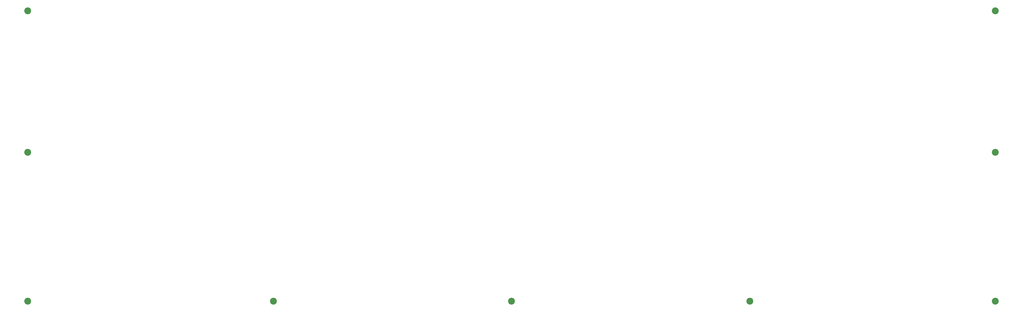
<source format=gts>
G04 #@! TF.GenerationSoftware,KiCad,Pcbnew,(6.0.0-0)*
G04 #@! TF.CreationDate,2022-10-17T22:45:47+02:00*
G04 #@! TF.ProjectId,lagom_plate,6c61676f-6d5f-4706-9c61-74652e6b6963,rev?*
G04 #@! TF.SameCoordinates,Original*
G04 #@! TF.FileFunction,Soldermask,Top*
G04 #@! TF.FilePolarity,Negative*
%FSLAX46Y46*%
G04 Gerber Fmt 4.6, Leading zero omitted, Abs format (unit mm)*
G04 Created by KiCad (PCBNEW (6.0.0-0)) date 2022-10-17 22:45:47*
%MOMM*%
%LPD*%
G01*
G04 APERTURE LIST*
%ADD10C,2.200000*%
G04 APERTURE END LIST*
D10*
X50137500Y-167125000D03*
X128925000Y-167125000D03*
X360512500Y-167125000D03*
X50137500Y-119375000D03*
X360512500Y-74012500D03*
X360512500Y-119375000D03*
X50137500Y-74012500D03*
X50137500Y-74012500D03*
X50137500Y-167125000D03*
X205325000Y-167125000D03*
X281725000Y-167125000D03*
M02*

</source>
